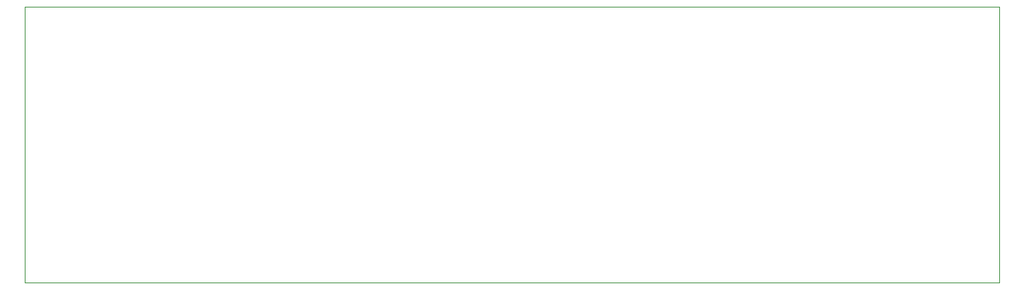
<source format=gbr>
%TF.GenerationSoftware,KiCad,Pcbnew,9.0.5*%
%TF.CreationDate,2025-11-27T11:00:23+01:00*%
%TF.ProjectId,Powersupply,506f7765-7273-4757-9070-6c792e6b6963,rev?*%
%TF.SameCoordinates,Original*%
%TF.FileFunction,Profile,NP*%
%FSLAX46Y46*%
G04 Gerber Fmt 4.6, Leading zero omitted, Abs format (unit mm)*
G04 Created by KiCad (PCBNEW 9.0.5) date 2025-11-27 11:00:23*
%MOMM*%
%LPD*%
G01*
G04 APERTURE LIST*
%TA.AperFunction,Profile*%
%ADD10C,0.050000*%
%TD*%
G04 APERTURE END LIST*
D10*
X82030000Y-81500000D02*
X192030000Y-81500000D01*
X192030000Y-112680000D01*
X82030000Y-112680000D01*
X82030000Y-81500000D01*
M02*

</source>
